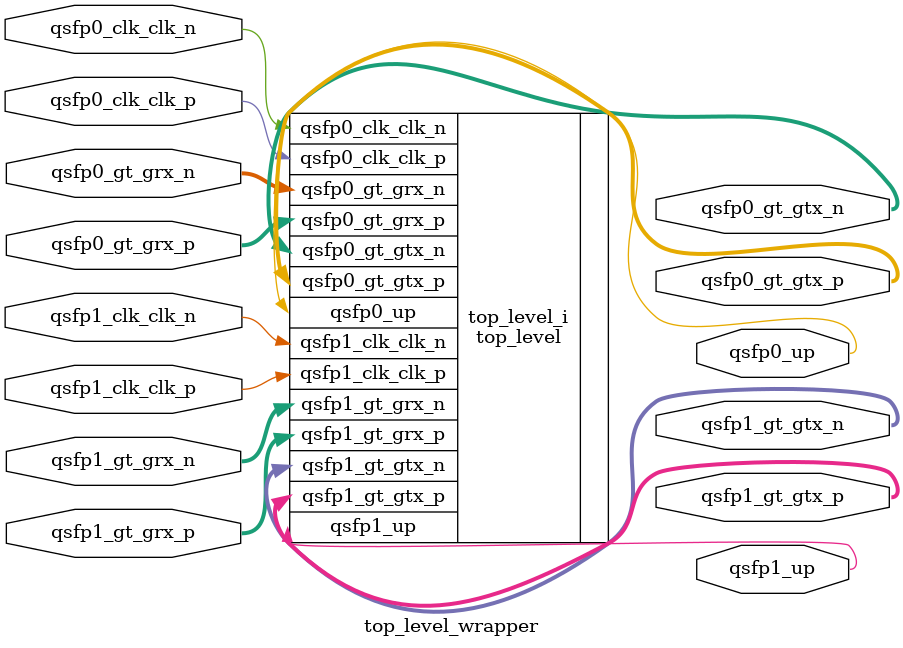
<source format=v>
`timescale 1 ps / 1 ps

module top_level_wrapper
   (qsfp0_clk_clk_n,
    qsfp0_clk_clk_p,
    qsfp0_gt_grx_n,
    qsfp0_gt_grx_p,
    qsfp0_gt_gtx_n,
    qsfp0_gt_gtx_p,
    qsfp0_up,
    qsfp1_clk_clk_n,
    qsfp1_clk_clk_p,
    qsfp1_gt_grx_n,
    qsfp1_gt_grx_p,
    qsfp1_gt_gtx_n,
    qsfp1_gt_gtx_p,
    qsfp1_up);
  input qsfp0_clk_clk_n;
  input qsfp0_clk_clk_p;
  input [3:0]qsfp0_gt_grx_n;
  input [3:0]qsfp0_gt_grx_p;
  output [3:0]qsfp0_gt_gtx_n;
  output [3:0]qsfp0_gt_gtx_p;
  output qsfp0_up;
  input qsfp1_clk_clk_n;
  input qsfp1_clk_clk_p;
  input [3:0]qsfp1_gt_grx_n;
  input [3:0]qsfp1_gt_grx_p;
  output [3:0]qsfp1_gt_gtx_n;
  output [3:0]qsfp1_gt_gtx_p;
  output qsfp1_up;

  wire qsfp0_clk_clk_n;
  wire qsfp0_clk_clk_p;
  wire [3:0]qsfp0_gt_grx_n;
  wire [3:0]qsfp0_gt_grx_p;
  wire [3:0]qsfp0_gt_gtx_n;
  wire [3:0]qsfp0_gt_gtx_p;
  wire qsfp0_up;
  wire qsfp1_clk_clk_n;
  wire qsfp1_clk_clk_p;
  wire [3:0]qsfp1_gt_grx_n;
  wire [3:0]qsfp1_gt_grx_p;
  wire [3:0]qsfp1_gt_gtx_n;
  wire [3:0]qsfp1_gt_gtx_p;
  wire qsfp1_up;

  top_level top_level_i
       (.qsfp0_clk_clk_n(qsfp0_clk_clk_n),
        .qsfp0_clk_clk_p(qsfp0_clk_clk_p),
        .qsfp0_gt_grx_n(qsfp0_gt_grx_n),
        .qsfp0_gt_grx_p(qsfp0_gt_grx_p),
        .qsfp0_gt_gtx_n(qsfp0_gt_gtx_n),
        .qsfp0_gt_gtx_p(qsfp0_gt_gtx_p),
        .qsfp0_up(qsfp0_up),
        .qsfp1_clk_clk_n(qsfp1_clk_clk_n),
        .qsfp1_clk_clk_p(qsfp1_clk_clk_p),
        .qsfp1_gt_grx_n(qsfp1_gt_grx_n),
        .qsfp1_gt_grx_p(qsfp1_gt_grx_p),
        .qsfp1_gt_gtx_n(qsfp1_gt_gtx_n),
        .qsfp1_gt_gtx_p(qsfp1_gt_gtx_p),
        .qsfp1_up(qsfp1_up));
endmodule

</source>
